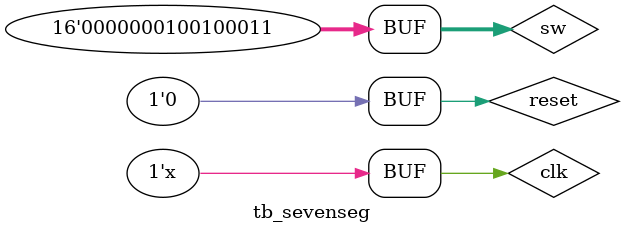
<source format=v>
`timescale 1ns / 1ps


module tb_sevenseg(

    );
    
    reg clk = 0;
    reg [15:0] sw;
    reg reset = 0;
    wire [3:0] an;
    wire [6:0] seg;
    sevenseg uut (clk, sw, reset, an, seg);
    
    always #5 clk = ~clk;
    
    initial begin
    sw = 16'b0011001000010000; // output 3210 to segs
    #200
    reset = 1;
    #100
    reset = 0;
    #200
    reset = 1;
    #25
    reset = 0;
    #100
    sw = 16'b000000100100011; // output 0123 to segs
    #200
    reset = 1;
    #100
    reset = 0;
    #200
    reset = 1;
    #25
    reset = 0;
    end
    
endmodule

</source>
